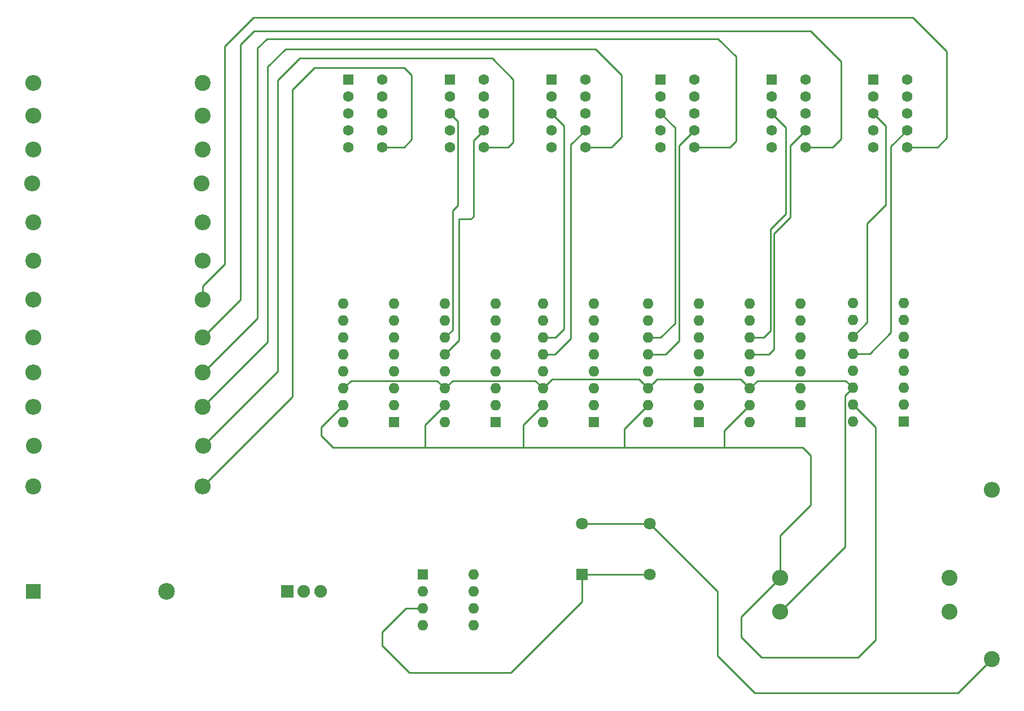
<source format=gbl>
%TF.GenerationSoftware,KiCad,Pcbnew,5.1.7+dfsg1-1*%
%TF.CreationDate,2020-11-03T09:50:27-05:00*%
%TF.ProjectId,cap_pcb,6361705f-7063-4622-9e6b-696361645f70,rev?*%
%TF.SameCoordinates,Original*%
%TF.FileFunction,Copper,L2,Bot*%
%TF.FilePolarity,Positive*%
%FSLAX46Y46*%
G04 Gerber Fmt 4.6, Leading zero omitted, Abs format (unit mm)*
G04 Created by KiCad (PCBNEW 5.1.7+dfsg1-1) date 2020-11-03 09:50:27*
%MOMM*%
%LPD*%
G01*
G04 APERTURE LIST*
%TA.AperFunction,ComponentPad*%
%ADD10C,1.800000*%
%TD*%
%TA.AperFunction,ComponentPad*%
%ADD11R,1.800000X1.800000*%
%TD*%
%TA.AperFunction,ComponentPad*%
%ADD12O,2.400000X2.400000*%
%TD*%
%TA.AperFunction,ComponentPad*%
%ADD13C,2.400000*%
%TD*%
%TA.AperFunction,ComponentPad*%
%ADD14R,2.170000X2.170000*%
%TD*%
%TA.AperFunction,ComponentPad*%
%ADD15C,2.500000*%
%TD*%
%TA.AperFunction,ComponentPad*%
%ADD16R,1.900000X1.900000*%
%TD*%
%TA.AperFunction,ComponentPad*%
%ADD17C,1.900000*%
%TD*%
%TA.AperFunction,ComponentPad*%
%ADD18R,1.600000X1.600000*%
%TD*%
%TA.AperFunction,ComponentPad*%
%ADD19O,1.600000X1.600000*%
%TD*%
%TA.AperFunction,ComponentPad*%
%ADD20C,1.600000*%
%TD*%
%TA.AperFunction,Conductor*%
%ADD21C,0.254000*%
%TD*%
G04 APERTURE END LIST*
D10*
%TO.P,SW1,1*%
%TO.N,Net-(SW1-Pad1)*%
X173736000Y-106680000D03*
D11*
X163576000Y-106680000D03*
D10*
%TO.P,SW1,2*%
%TO.N,Net-(R14-Pad1)*%
X173736000Y-99060000D03*
X163576000Y-99060000D03*
%TD*%
D12*
%TO.P,R14,2*%
%TO.N,GND*%
X225044000Y-93980000D03*
D13*
%TO.P,R14,1*%
%TO.N,Net-(R14-Pad1)*%
X225044000Y-119380000D03*
%TD*%
D14*
%TO.P,BAT1,Neg*%
%TO.N,GND*%
X81280000Y-109220000D03*
D15*
%TO.P,BAT1,Pos*%
%TO.N,Net-(BAT1-PadPos)*%
X101280000Y-109220000D03*
%TD*%
D12*
%TO.P,R0,2*%
%TO.N,Net-(R0-Pad2)*%
X193294000Y-107188000D03*
D13*
%TO.P,R0,1*%
%TO.N,VCC*%
X218694000Y-107188000D03*
%TD*%
%TO.P,R1,1*%
%TO.N,VCC*%
X218694000Y-112268000D03*
D12*
%TO.P,R1,2*%
%TO.N,Net-(R1-Pad2)*%
X193294000Y-112268000D03*
%TD*%
%TO.P,R2,2*%
%TO.N,GND*%
X81280000Y-42926000D03*
D13*
%TO.P,R2,1*%
%TO.N,Net-(R2-Pad1)*%
X106680000Y-42926000D03*
%TD*%
%TO.P,R3,1*%
%TO.N,Net-(R3-Pad1)*%
X106680000Y-76327000D03*
D12*
%TO.P,R3,2*%
%TO.N,GND*%
X81280000Y-76327000D03*
%TD*%
%TO.P,R4,2*%
%TO.N,Net-(R4-Pad2)*%
X106680000Y-93472000D03*
D13*
%TO.P,R4,1*%
%TO.N,GND*%
X81280000Y-93472000D03*
%TD*%
D12*
%TO.P,R5,2*%
%TO.N,Net-(R5-Pad2)*%
X106680000Y-59563000D03*
D13*
%TO.P,R5,1*%
%TO.N,GND*%
X81280000Y-59563000D03*
%TD*%
D12*
%TO.P,R6,2*%
%TO.N,Net-(R6-Pad2)*%
X106807000Y-87376000D03*
D13*
%TO.P,R6,1*%
%TO.N,GND*%
X81407000Y-87376000D03*
%TD*%
%TO.P,R7,1*%
%TO.N,GND*%
X81280000Y-53848000D03*
D12*
%TO.P,R7,2*%
%TO.N,Net-(R7-Pad2)*%
X106680000Y-53848000D03*
%TD*%
%TO.P,R8,2*%
%TO.N,GND*%
X81280000Y-81534000D03*
D13*
%TO.P,R8,1*%
%TO.N,Net-(R8-Pad1)*%
X106680000Y-81534000D03*
%TD*%
%TO.P,R9,1*%
%TO.N,Net-(R9-Pad1)*%
X106553000Y-48006000D03*
D12*
%TO.P,R9,2*%
%TO.N,GND*%
X81153000Y-48006000D03*
%TD*%
%TO.P,R10,2*%
%TO.N,GND*%
X81280000Y-71120000D03*
D13*
%TO.P,R10,1*%
%TO.N,Net-(R10-Pad1)*%
X106680000Y-71120000D03*
%TD*%
D12*
%TO.P,R11,2*%
%TO.N,GND*%
X81280000Y-37846000D03*
D13*
%TO.P,R11,1*%
%TO.N,Net-(R11-Pad1)*%
X106680000Y-37846000D03*
%TD*%
D12*
%TO.P,R12,2*%
%TO.N,GND*%
X81280000Y-65405000D03*
D13*
%TO.P,R12,1*%
%TO.N,Net-(R12-Pad1)*%
X106680000Y-65405000D03*
%TD*%
D12*
%TO.P,R13,2*%
%TO.N,GND*%
X81280000Y-32893000D03*
D13*
%TO.P,R13,1*%
%TO.N,Net-(R13-Pad1)*%
X106680000Y-32893000D03*
%TD*%
D16*
%TO.P,S1,1*%
%TO.N,Net-(S1-Pad1)*%
X119380000Y-109220000D03*
D17*
%TO.P,S1,2*%
%TO.N,Net-(BAT1-PadPos)*%
X121880000Y-109220000D03*
%TO.P,S1,3*%
%TO.N,VCC*%
X124380000Y-109220000D03*
%TD*%
D18*
%TO.P,U0,1*%
%TO.N,Net-(U0-Pad1)*%
X139700000Y-106680000D03*
D19*
%TO.P,U0,5*%
%TO.N,Net-(R1-Pad2)*%
X147320000Y-114300000D03*
%TO.P,U0,2*%
%TO.N,Net-(U0-Pad2)*%
X139700000Y-109220000D03*
%TO.P,U0,6*%
%TO.N,Net-(U0-Pad6)*%
X147320000Y-111760000D03*
%TO.P,U0,3*%
%TO.N,Net-(SW1-Pad1)*%
X139700000Y-111760000D03*
%TO.P,U0,7*%
%TO.N,Net-(R0-Pad2)*%
X147320000Y-109220000D03*
%TO.P,U0,4*%
%TO.N,GND*%
X139700000Y-114300000D03*
%TO.P,U0,8*%
%TO.N,VCC*%
X147320000Y-106680000D03*
%TD*%
D18*
%TO.P,U1,1*%
%TO.N,GND*%
X181102000Y-83820000D03*
D19*
%TO.P,U1,9*%
%TO.N,Net-(U1-Pad9)*%
X173482000Y-66040000D03*
%TO.P,U1,2*%
%TO.N,GND*%
X181102000Y-81280000D03*
%TO.P,U1,10*%
%TO.N,Net-(U1-Pad10)*%
X173482000Y-68580000D03*
%TO.P,U1,3*%
%TO.N,GND*%
X181102000Y-78740000D03*
%TO.P,U1,11*%
%TO.N,Net-(U1-Pad11)*%
X173482000Y-71120000D03*
%TO.P,U1,4*%
%TO.N,Net-(U1-Pad4)*%
X181102000Y-76200000D03*
%TO.P,U1,12*%
%TO.N,Net-(U1-Pad12)*%
X173482000Y-73660000D03*
%TO.P,U1,5*%
%TO.N,Net-(U1-Pad5)*%
X181102000Y-73660000D03*
%TO.P,U1,13*%
%TO.N,GND*%
X173482000Y-76200000D03*
%TO.P,U1,6*%
%TO.N,Net-(U1-Pad6)*%
X181102000Y-71120000D03*
%TO.P,U1,14*%
%TO.N,Net-(R1-Pad2)*%
X173482000Y-78740000D03*
%TO.P,U1,7*%
%TO.N,Net-(U1-Pad7)*%
X181102000Y-68580000D03*
%TO.P,U1,15*%
%TO.N,Net-(R0-Pad2)*%
X173482000Y-81280000D03*
%TO.P,U1,8*%
%TO.N,GND*%
X181102000Y-66040000D03*
%TO.P,U1,16*%
%TO.N,VCC*%
X173482000Y-83820000D03*
%TD*%
D18*
%TO.P,U2,1*%
%TO.N,Net-(R2-Pad1)*%
X175387000Y-32385000D03*
D20*
%TO.P,U2,2*%
%TO.N,Net-(U1-Pad10)*%
X175387000Y-34925000D03*
%TO.P,U2,3*%
%TO.N,Net-(U1-Pad11)*%
X175387000Y-37465000D03*
%TO.P,U2,4*%
%TO.N,Net-(U1-Pad9)*%
X175387000Y-40005000D03*
%TO.P,U2,5*%
%TO.N,Net-(U1-Pad7)*%
X175387000Y-42545000D03*
%TO.P,U2,6*%
%TO.N,Net-(R3-Pad1)*%
X180467000Y-42545000D03*
%TO.P,U2,7*%
%TO.N,Net-(U1-Pad12)*%
X180467000Y-40005000D03*
%TO.P,U2,8*%
%TO.N,Net-(U1-Pad6)*%
X180467000Y-37465000D03*
%TO.P,U2,9*%
%TO.N,Net-(U1-Pad5)*%
X180467000Y-34925000D03*
%TO.P,U2,10*%
%TO.N,Net-(U1-Pad4)*%
X180467000Y-32385000D03*
%TD*%
D18*
%TO.P,U3,1*%
%TO.N,VCC*%
X135382000Y-83820000D03*
D19*
%TO.P,U3,9*%
%TO.N,Net-(U3-Pad9)*%
X127762000Y-66040000D03*
%TO.P,U3,2*%
%TO.N,GND*%
X135382000Y-81280000D03*
%TO.P,U3,10*%
%TO.N,Net-(U3-Pad10)*%
X127762000Y-68580000D03*
%TO.P,U3,3*%
%TO.N,GND*%
X135382000Y-78740000D03*
%TO.P,U3,11*%
%TO.N,Net-(U3-Pad11)*%
X127762000Y-71120000D03*
%TO.P,U3,4*%
%TO.N,Net-(U3-Pad4)*%
X135382000Y-76200000D03*
%TO.P,U3,12*%
%TO.N,Net-(U3-Pad12)*%
X127762000Y-73660000D03*
%TO.P,U3,5*%
%TO.N,Net-(U3-Pad5)*%
X135382000Y-73660000D03*
%TO.P,U3,13*%
%TO.N,GND*%
X127762000Y-76200000D03*
%TO.P,U3,6*%
%TO.N,Net-(U3-Pad6)*%
X135382000Y-71120000D03*
%TO.P,U3,14*%
%TO.N,Net-(R1-Pad2)*%
X127762000Y-78740000D03*
%TO.P,U3,7*%
%TO.N,Net-(U3-Pad7)*%
X135382000Y-68580000D03*
%TO.P,U3,15*%
%TO.N,Net-(R0-Pad2)*%
X127762000Y-81280000D03*
%TO.P,U3,8*%
%TO.N,GND*%
X135382000Y-66040000D03*
%TO.P,U3,16*%
%TO.N,VCC*%
X127762000Y-83820000D03*
%TD*%
D18*
%TO.P,U4,1*%
%TO.N,Net-(R5-Pad2)*%
X128524000Y-32385000D03*
D20*
%TO.P,U4,2*%
%TO.N,Net-(U3-Pad10)*%
X128524000Y-34925000D03*
%TO.P,U4,3*%
%TO.N,Net-(U3-Pad11)*%
X128524000Y-37465000D03*
%TO.P,U4,4*%
%TO.N,Net-(U3-Pad9)*%
X128524000Y-40005000D03*
%TO.P,U4,5*%
%TO.N,Net-(U3-Pad7)*%
X128524000Y-42545000D03*
%TO.P,U4,6*%
%TO.N,Net-(R4-Pad2)*%
X133604000Y-42545000D03*
%TO.P,U4,7*%
%TO.N,Net-(U3-Pad12)*%
X133604000Y-40005000D03*
%TO.P,U4,8*%
%TO.N,Net-(U3-Pad6)*%
X133604000Y-37465000D03*
%TO.P,U4,9*%
%TO.N,Net-(U3-Pad5)*%
X133604000Y-34925000D03*
%TO.P,U4,10*%
%TO.N,Net-(U3-Pad4)*%
X133604000Y-32385000D03*
%TD*%
D18*
%TO.P,U5,1*%
%TO.N,GND*%
X196342000Y-83820000D03*
D19*
%TO.P,U5,9*%
%TO.N,Net-(U5-Pad9)*%
X188722000Y-66040000D03*
%TO.P,U5,2*%
%TO.N,VCC*%
X196342000Y-81280000D03*
%TO.P,U5,10*%
%TO.N,Net-(U5-Pad10)*%
X188722000Y-68580000D03*
%TO.P,U5,3*%
%TO.N,GND*%
X196342000Y-78740000D03*
%TO.P,U5,11*%
%TO.N,Net-(U5-Pad11)*%
X188722000Y-71120000D03*
%TO.P,U5,4*%
%TO.N,Net-(U5-Pad4)*%
X196342000Y-76200000D03*
%TO.P,U5,12*%
%TO.N,Net-(U5-Pad12)*%
X188722000Y-73660000D03*
%TO.P,U5,5*%
%TO.N,Net-(U5-Pad5)*%
X196342000Y-73660000D03*
%TO.P,U5,13*%
%TO.N,GND*%
X188722000Y-76200000D03*
%TO.P,U5,6*%
%TO.N,Net-(U5-Pad6)*%
X196342000Y-71120000D03*
%TO.P,U5,14*%
%TO.N,Net-(R1-Pad2)*%
X188722000Y-78740000D03*
%TO.P,U5,7*%
%TO.N,Net-(U5-Pad7)*%
X196342000Y-68580000D03*
%TO.P,U5,15*%
%TO.N,Net-(R0-Pad2)*%
X188722000Y-81280000D03*
%TO.P,U5,8*%
%TO.N,GND*%
X196342000Y-66040000D03*
%TO.P,U5,16*%
%TO.N,VCC*%
X188722000Y-83820000D03*
%TD*%
D20*
%TO.P,U6,10*%
%TO.N,Net-(U5-Pad4)*%
X197104000Y-32385000D03*
%TO.P,U6,9*%
%TO.N,Net-(U5-Pad5)*%
X197104000Y-34925000D03*
%TO.P,U6,8*%
%TO.N,Net-(U5-Pad6)*%
X197104000Y-37465000D03*
%TO.P,U6,7*%
%TO.N,Net-(U5-Pad12)*%
X197104000Y-40005000D03*
%TO.P,U6,6*%
%TO.N,Net-(R10-Pad1)*%
X197104000Y-42545000D03*
%TO.P,U6,5*%
%TO.N,Net-(U5-Pad7)*%
X192024000Y-42545000D03*
%TO.P,U6,4*%
%TO.N,Net-(U5-Pad9)*%
X192024000Y-40005000D03*
%TO.P,U6,3*%
%TO.N,Net-(U5-Pad11)*%
X192024000Y-37465000D03*
%TO.P,U6,2*%
%TO.N,Net-(U5-Pad10)*%
X192024000Y-34925000D03*
D18*
%TO.P,U6,1*%
%TO.N,Net-(R11-Pad1)*%
X192024000Y-32385000D03*
%TD*%
D19*
%TO.P,U7,16*%
%TO.N,VCC*%
X157734000Y-83820000D03*
%TO.P,U7,8*%
%TO.N,GND*%
X165354000Y-66040000D03*
%TO.P,U7,15*%
%TO.N,Net-(R0-Pad2)*%
X157734000Y-81280000D03*
%TO.P,U7,7*%
%TO.N,Net-(U7-Pad7)*%
X165354000Y-68580000D03*
%TO.P,U7,14*%
%TO.N,Net-(R1-Pad2)*%
X157734000Y-78740000D03*
%TO.P,U7,6*%
%TO.N,Net-(U7-Pad6)*%
X165354000Y-71120000D03*
%TO.P,U7,13*%
%TO.N,GND*%
X157734000Y-76200000D03*
%TO.P,U7,5*%
%TO.N,Net-(U7-Pad5)*%
X165354000Y-73660000D03*
%TO.P,U7,12*%
%TO.N,Net-(U7-Pad12)*%
X157734000Y-73660000D03*
%TO.P,U7,4*%
%TO.N,Net-(U7-Pad4)*%
X165354000Y-76200000D03*
%TO.P,U7,11*%
%TO.N,Net-(U7-Pad11)*%
X157734000Y-71120000D03*
%TO.P,U7,3*%
%TO.N,GND*%
X165354000Y-78740000D03*
%TO.P,U7,10*%
%TO.N,Net-(U7-Pad10)*%
X157734000Y-68580000D03*
%TO.P,U7,2*%
%TO.N,VCC*%
X165354000Y-81280000D03*
%TO.P,U7,9*%
%TO.N,Net-(U7-Pad9)*%
X157734000Y-66040000D03*
D18*
%TO.P,U7,1*%
%TO.N,VCC*%
X165354000Y-83820000D03*
%TD*%
D20*
%TO.P,U8,10*%
%TO.N,Net-(U7-Pad4)*%
X164084000Y-32385000D03*
%TO.P,U8,9*%
%TO.N,Net-(U7-Pad5)*%
X164084000Y-34925000D03*
%TO.P,U8,8*%
%TO.N,Net-(U7-Pad6)*%
X164084000Y-37465000D03*
%TO.P,U8,7*%
%TO.N,Net-(U7-Pad12)*%
X164084000Y-40005000D03*
%TO.P,U8,6*%
%TO.N,Net-(R8-Pad1)*%
X164084000Y-42545000D03*
%TO.P,U8,5*%
%TO.N,Net-(U7-Pad7)*%
X159004000Y-42545000D03*
%TO.P,U8,4*%
%TO.N,Net-(U7-Pad9)*%
X159004000Y-40005000D03*
%TO.P,U8,3*%
%TO.N,Net-(U7-Pad11)*%
X159004000Y-37465000D03*
%TO.P,U8,2*%
%TO.N,Net-(U7-Pad10)*%
X159004000Y-34925000D03*
D18*
%TO.P,U8,1*%
%TO.N,Net-(R9-Pad1)*%
X159004000Y-32385000D03*
%TD*%
D19*
%TO.P,U9,16*%
%TO.N,VCC*%
X143002000Y-83820000D03*
%TO.P,U9,8*%
%TO.N,GND*%
X150622000Y-66040000D03*
%TO.P,U9,15*%
%TO.N,Net-(R0-Pad2)*%
X143002000Y-81280000D03*
%TO.P,U9,7*%
%TO.N,Net-(U10-Pad5)*%
X150622000Y-68580000D03*
%TO.P,U9,14*%
%TO.N,Net-(R1-Pad2)*%
X143002000Y-78740000D03*
%TO.P,U9,6*%
%TO.N,Net-(U10-Pad8)*%
X150622000Y-71120000D03*
%TO.P,U9,13*%
%TO.N,GND*%
X143002000Y-76200000D03*
%TO.P,U9,5*%
%TO.N,Net-(U10-Pad9)*%
X150622000Y-73660000D03*
%TO.P,U9,12*%
%TO.N,Net-(U10-Pad7)*%
X143002000Y-73660000D03*
%TO.P,U9,4*%
%TO.N,Net-(U10-Pad10)*%
X150622000Y-76200000D03*
%TO.P,U9,11*%
%TO.N,Net-(U10-Pad3)*%
X143002000Y-71120000D03*
%TO.P,U9,3*%
%TO.N,VCC*%
X150622000Y-78740000D03*
%TO.P,U9,10*%
%TO.N,Net-(U10-Pad2)*%
X143002000Y-68580000D03*
%TO.P,U9,2*%
%TO.N,GND*%
X150622000Y-81280000D03*
%TO.P,U9,9*%
%TO.N,Net-(U10-Pad4)*%
X143002000Y-66040000D03*
D18*
%TO.P,U9,1*%
%TO.N,GND*%
X150622000Y-83820000D03*
%TD*%
D20*
%TO.P,U10,10*%
%TO.N,Net-(U10-Pad10)*%
X148844000Y-32385000D03*
%TO.P,U10,9*%
%TO.N,Net-(U10-Pad9)*%
X148844000Y-34925000D03*
%TO.P,U10,8*%
%TO.N,Net-(U10-Pad8)*%
X148844000Y-37465000D03*
%TO.P,U10,7*%
%TO.N,Net-(U10-Pad7)*%
X148844000Y-40005000D03*
%TO.P,U10,6*%
%TO.N,Net-(R6-Pad2)*%
X148844000Y-42545000D03*
%TO.P,U10,5*%
%TO.N,Net-(U10-Pad5)*%
X143764000Y-42545000D03*
%TO.P,U10,4*%
%TO.N,Net-(U10-Pad4)*%
X143764000Y-40005000D03*
%TO.P,U10,3*%
%TO.N,Net-(U10-Pad3)*%
X143764000Y-37465000D03*
%TO.P,U10,2*%
%TO.N,Net-(U10-Pad2)*%
X143764000Y-34925000D03*
D18*
%TO.P,U10,1*%
%TO.N,Net-(R7-Pad2)*%
X143764000Y-32385000D03*
%TD*%
%TO.P,U11,1*%
%TO.N,Net-(R13-Pad1)*%
X207264000Y-32385000D03*
D20*
%TO.P,U11,2*%
%TO.N,Net-(U11-Pad2)*%
X207264000Y-34925000D03*
%TO.P,U11,3*%
%TO.N,Net-(U11-Pad3)*%
X207264000Y-37465000D03*
%TO.P,U11,4*%
%TO.N,Net-(U11-Pad4)*%
X207264000Y-40005000D03*
%TO.P,U11,5*%
%TO.N,Net-(U11-Pad5)*%
X207264000Y-42545000D03*
%TO.P,U11,6*%
%TO.N,Net-(R12-Pad1)*%
X212344000Y-42545000D03*
%TO.P,U11,7*%
%TO.N,Net-(U11-Pad7)*%
X212344000Y-40005000D03*
%TO.P,U11,8*%
%TO.N,Net-(U11-Pad8)*%
X212344000Y-37465000D03*
%TO.P,U11,9*%
%TO.N,Net-(U11-Pad9)*%
X212344000Y-34925000D03*
%TO.P,U11,10*%
%TO.N,Net-(U11-Pad10)*%
X212344000Y-32385000D03*
%TD*%
D19*
%TO.P,U12,16*%
%TO.N,VCC*%
X204216000Y-83693000D03*
%TO.P,U12,8*%
%TO.N,GND*%
X211836000Y-65913000D03*
%TO.P,U12,15*%
%TO.N,Net-(R0-Pad2)*%
X204216000Y-81153000D03*
%TO.P,U12,7*%
%TO.N,Net-(U11-Pad5)*%
X211836000Y-68453000D03*
%TO.P,U12,14*%
%TO.N,Net-(R1-Pad2)*%
X204216000Y-78613000D03*
%TO.P,U12,6*%
%TO.N,Net-(U11-Pad8)*%
X211836000Y-70993000D03*
%TO.P,U12,13*%
%TO.N,GND*%
X204216000Y-76073000D03*
%TO.P,U12,5*%
%TO.N,Net-(U11-Pad9)*%
X211836000Y-73533000D03*
%TO.P,U12,12*%
%TO.N,Net-(U11-Pad7)*%
X204216000Y-73533000D03*
%TO.P,U12,4*%
%TO.N,Net-(U11-Pad10)*%
X211836000Y-76073000D03*
%TO.P,U12,11*%
%TO.N,Net-(U11-Pad3)*%
X204216000Y-70993000D03*
%TO.P,U12,3*%
%TO.N,VCC*%
X211836000Y-78613000D03*
%TO.P,U12,10*%
%TO.N,Net-(U11-Pad2)*%
X204216000Y-68453000D03*
%TO.P,U12,2*%
%TO.N,GND*%
X211836000Y-81153000D03*
%TO.P,U12,9*%
%TO.N,Net-(U11-Pad4)*%
X204216000Y-65913000D03*
D18*
%TO.P,U12,1*%
%TO.N,VCC*%
X211836000Y-83693000D03*
%TD*%
D21*
%TO.N,Net-(R0-Pad2)*%
X193294000Y-107188000D02*
X193294000Y-100838000D01*
X193294000Y-100838000D02*
X197866000Y-96266000D01*
X197866000Y-96266000D02*
X197866000Y-88773000D01*
X197866000Y-88773000D02*
X196723000Y-87630000D01*
X126238000Y-87630000D02*
X124460000Y-85852000D01*
X124460000Y-84582000D02*
X127762000Y-81280000D01*
X124460000Y-85852000D02*
X124460000Y-84582000D01*
X140081000Y-84201000D02*
X143002000Y-81280000D01*
X140081000Y-87630000D02*
X140081000Y-84201000D01*
X140081000Y-87630000D02*
X126238000Y-87630000D01*
X154813000Y-84201000D02*
X157734000Y-81280000D01*
X154813000Y-87630000D02*
X154813000Y-84201000D01*
X154813000Y-87630000D02*
X140081000Y-87630000D01*
X169926000Y-87630000D02*
X169926000Y-84836000D01*
X169926000Y-84836000D02*
X173482000Y-81280000D01*
X169926000Y-87630000D02*
X154813000Y-87630000D01*
X184912000Y-85090000D02*
X188722000Y-81280000D01*
X184912000Y-87630000D02*
X184912000Y-85090000D01*
X196723000Y-87630000D02*
X184912000Y-87630000D01*
X184912000Y-87630000D02*
X169926000Y-87630000D01*
X187452000Y-113030000D02*
X191712999Y-108769001D01*
X187452000Y-116078000D02*
X187452000Y-113030000D01*
X190500000Y-119126000D02*
X187452000Y-116078000D01*
X207645000Y-116459000D02*
X204978000Y-119126000D01*
X207645000Y-84582000D02*
X207645000Y-116459000D01*
X191712999Y-108769001D02*
X193294000Y-107188000D01*
X204978000Y-119126000D02*
X190500000Y-119126000D01*
X204216000Y-81153000D02*
X207645000Y-84582000D01*
%TO.N,Net-(R1-Pad2)*%
X141820999Y-77558999D02*
X143002000Y-78740000D01*
X128943001Y-77558999D02*
X141820999Y-77558999D01*
X127762000Y-78740000D02*
X128943001Y-77558999D01*
X156552999Y-77558999D02*
X157734000Y-78740000D01*
X144183001Y-77558999D02*
X156552999Y-77558999D01*
X143002000Y-78740000D02*
X144183001Y-77558999D01*
X172123001Y-77381001D02*
X173482000Y-78740000D01*
X159092999Y-77381001D02*
X172123001Y-77381001D01*
X157734000Y-78740000D02*
X159092999Y-77381001D01*
X187363001Y-77381001D02*
X188722000Y-78740000D01*
X174840999Y-77381001D02*
X187363001Y-77381001D01*
X173482000Y-78740000D02*
X174840999Y-77381001D01*
X189903001Y-77558999D02*
X203161999Y-77558999D01*
X203161999Y-77558999D02*
X204216000Y-78613000D01*
X188722000Y-78740000D02*
X189903001Y-77558999D01*
X203034999Y-102527001D02*
X193294000Y-112268000D01*
X203034999Y-79794001D02*
X203034999Y-102527001D01*
X204216000Y-78613000D02*
X203034999Y-79794001D01*
%TO.N,Net-(R3-Pad1)*%
X106807000Y-76327000D02*
X114935000Y-68199000D01*
X114935000Y-68199000D02*
X114935000Y-27686000D01*
X114935000Y-27686000D02*
X116332000Y-26289000D01*
X116332000Y-26289000D02*
X184023000Y-26289000D01*
X184023000Y-26289000D02*
X186690000Y-28956000D01*
X186690000Y-28956000D02*
X186690000Y-41656000D01*
X185801000Y-42545000D02*
X181864000Y-42545000D01*
X186690000Y-41656000D02*
X185801000Y-42545000D01*
X181864000Y-42545000D02*
X180467000Y-42545000D01*
%TO.N,Net-(R4-Pad2)*%
X106680000Y-93472000D02*
X120142000Y-80010000D01*
X120142000Y-33909000D02*
X123444000Y-30607000D01*
X120142000Y-80010000D02*
X120142000Y-33909000D01*
X123444000Y-30607000D02*
X136906000Y-30607000D01*
X136906000Y-30607000D02*
X138049000Y-31750000D01*
X138049000Y-31750000D02*
X138049000Y-41402000D01*
X136906000Y-42545000D02*
X133604000Y-42545000D01*
X138049000Y-41402000D02*
X136906000Y-42545000D01*
%TO.N,Net-(R6-Pad2)*%
X106807000Y-87376000D02*
X117983000Y-76200000D01*
X117983000Y-76200000D02*
X117983000Y-32512000D01*
X117983000Y-32512000D02*
X121285000Y-29210000D01*
X121285000Y-29210000D02*
X150114000Y-29210000D01*
X150114000Y-29210000D02*
X153289000Y-32385000D01*
X153289000Y-32385000D02*
X153289000Y-41783000D01*
X152527000Y-42545000D02*
X148844000Y-42545000D01*
X153289000Y-41783000D02*
X152527000Y-42545000D01*
%TO.N,Net-(R8-Pad1)*%
X106680000Y-81534000D02*
X116459000Y-71755000D01*
X116459000Y-71755000D02*
X116459000Y-30480000D01*
X116459000Y-30480000D02*
X119126000Y-27813000D01*
X119126000Y-27813000D02*
X165608000Y-27813000D01*
X165608000Y-27813000D02*
X169545000Y-31750000D01*
X169545000Y-31750000D02*
X169545000Y-41021000D01*
X168021000Y-42545000D02*
X164084000Y-42545000D01*
X169545000Y-41021000D02*
X168021000Y-42545000D01*
%TO.N,Net-(R10-Pad1)*%
X106680000Y-71120000D02*
X112395000Y-65405000D01*
X112395000Y-65405000D02*
X112395000Y-27178000D01*
X112395000Y-27178000D02*
X114427000Y-25146000D01*
X114427000Y-25146000D02*
X197866000Y-25146000D01*
X197866000Y-25146000D02*
X202438000Y-29718000D01*
X202438000Y-29718000D02*
X202438000Y-41275000D01*
X201168000Y-42545000D02*
X197104000Y-42545000D01*
X202438000Y-41275000D02*
X201168000Y-42545000D01*
%TO.N,Net-(R12-Pad1)*%
X106680000Y-65405000D02*
X106680000Y-63373000D01*
X106680000Y-63373000D02*
X109982000Y-60071000D01*
X109982000Y-60071000D02*
X109982000Y-27432000D01*
X109982000Y-27432000D02*
X110426500Y-26987500D01*
X110426500Y-26987500D02*
X110617000Y-26797000D01*
X218313000Y-41148000D02*
X216916000Y-42545000D01*
X218313000Y-28194000D02*
X218313000Y-41148000D01*
X213233000Y-23114000D02*
X218313000Y-28194000D01*
X114300000Y-23114000D02*
X213233000Y-23114000D01*
X216916000Y-42545000D02*
X212344000Y-42545000D01*
X110426500Y-26987500D02*
X114300000Y-23114000D01*
%TO.N,Net-(U1-Pad12)*%
X173482000Y-73660000D02*
X176149000Y-73660000D01*
X176149000Y-73660000D02*
X178181000Y-71628000D01*
X178181000Y-42291000D02*
X180467000Y-40005000D01*
X178181000Y-71628000D02*
X178181000Y-42291000D01*
%TO.N,Net-(U1-Pad11)*%
X173482000Y-71120000D02*
X175387000Y-71120000D01*
X175387000Y-71120000D02*
X177546000Y-68961000D01*
X177546000Y-39624000D02*
X175387000Y-37465000D01*
X177546000Y-68961000D02*
X177546000Y-39624000D01*
%TO.N,Net-(U5-Pad12)*%
X188722000Y-73660000D02*
X191643000Y-73660000D01*
X191643000Y-73660000D02*
X192405000Y-72898000D01*
X192405000Y-72898000D02*
X192405000Y-55499000D01*
X192405000Y-55499000D02*
X194818000Y-53086000D01*
X194818000Y-42291000D02*
X197104000Y-40005000D01*
X194818000Y-53086000D02*
X194818000Y-42291000D01*
%TO.N,Net-(U5-Pad11)*%
X188722000Y-71120000D02*
X190881000Y-71120000D01*
X190881000Y-71120000D02*
X191897000Y-70104000D01*
X191897000Y-70104000D02*
X191897000Y-54864000D01*
X191897000Y-54864000D02*
X194183000Y-52578000D01*
X194183000Y-39624000D02*
X192024000Y-37465000D01*
X194183000Y-52578000D02*
X194183000Y-39624000D01*
%TO.N,Net-(U7-Pad11)*%
X157734000Y-71120000D02*
X159639000Y-71120000D01*
X159639000Y-71120000D02*
X160909000Y-69850000D01*
X160909000Y-39370000D02*
X159004000Y-37465000D01*
X160909000Y-69850000D02*
X160909000Y-39370000D01*
%TO.N,Net-(U7-Pad12)*%
X157734000Y-73660000D02*
X159512000Y-73660000D01*
X159512000Y-73660000D02*
X161925000Y-71247000D01*
X161925000Y-42164000D02*
X164084000Y-40005000D01*
X161925000Y-71247000D02*
X161925000Y-42164000D01*
%TO.N,Net-(U10-Pad3)*%
X144945001Y-38646001D02*
X143764000Y-37465000D01*
X144945001Y-51269999D02*
X144945001Y-38646001D01*
X144183001Y-52031999D02*
X144945001Y-51269999D01*
X144183001Y-69938999D02*
X144183001Y-52031999D01*
X143002000Y-71120000D02*
X144183001Y-69938999D01*
%TO.N,Net-(U10-Pad7)*%
X147662999Y-41186001D02*
X148844000Y-40005000D01*
X147320000Y-41529000D02*
X147662999Y-41186001D01*
X147320000Y-52197000D02*
X147320000Y-41529000D01*
X146939000Y-53340000D02*
X147320000Y-52959000D01*
X145161000Y-53340000D02*
X146939000Y-53340000D01*
X147320000Y-52959000D02*
X147320000Y-52197000D01*
X145161000Y-71501000D02*
X145161000Y-53340000D01*
X143002000Y-73660000D02*
X145161000Y-71501000D01*
%TO.N,Net-(U11-Pad3)*%
X204216000Y-70993000D02*
X206375000Y-68834000D01*
X206375000Y-68834000D02*
X206375000Y-53975000D01*
X206375000Y-53975000D02*
X208661000Y-51689000D01*
X209169000Y-39370000D02*
X207264000Y-37465000D01*
X208661000Y-51689000D02*
X209169000Y-51181000D01*
X209169000Y-51181000D02*
X209169000Y-39370000D01*
%TO.N,Net-(U11-Pad7)*%
X204216000Y-73533000D02*
X206756000Y-73533000D01*
X206756000Y-73533000D02*
X209931000Y-70358000D01*
X209931000Y-42418000D02*
X212344000Y-40005000D01*
X209931000Y-70358000D02*
X209931000Y-42418000D01*
%TO.N,Net-(R14-Pad1)*%
X173736000Y-99060000D02*
X163576000Y-99060000D01*
X219964000Y-124460000D02*
X225044000Y-119380000D01*
X189484000Y-124460000D02*
X219964000Y-124460000D01*
X183896000Y-118872000D02*
X189484000Y-124460000D01*
X183896000Y-109220000D02*
X183896000Y-118872000D01*
X173736000Y-99060000D02*
X183896000Y-109220000D01*
%TO.N,Net-(SW1-Pad1)*%
X137160000Y-111760000D02*
X139700000Y-111760000D01*
X133604000Y-117348000D02*
X133604000Y-115316000D01*
X133604000Y-115316000D02*
X137160000Y-111760000D01*
X137668000Y-121412000D02*
X133604000Y-117348000D01*
X152908000Y-121412000D02*
X137668000Y-121412000D01*
X163576000Y-110744000D02*
X152908000Y-121412000D01*
X163576000Y-106680000D02*
X163576000Y-110744000D01*
X163576000Y-106680000D02*
X173736000Y-106680000D01*
%TD*%
M02*

</source>
